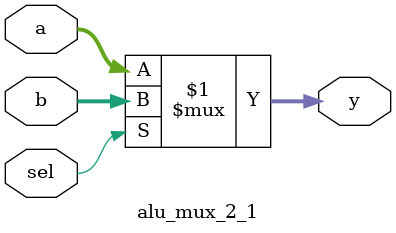
<source format=v>
module alu_mux_2_1(a,b,sel,y);

input [31:0] a,b;
input sel;

output [31:0] y;

assign y = sel ? b : a ;

endmodule
</source>
